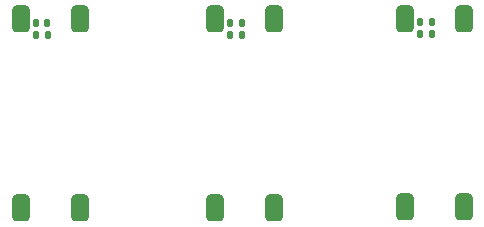
<source format=gbr>
%TF.GenerationSoftware,KiCad,Pcbnew,(6.0.2)*%
%TF.CreationDate,2023-04-03T14:54:34+02:00*%
%TF.ProjectId,IR_lights,49525f6c-6967-4687-9473-2e6b69636164,rev?*%
%TF.SameCoordinates,Original*%
%TF.FileFunction,Paste,Bot*%
%TF.FilePolarity,Positive*%
%FSLAX46Y46*%
G04 Gerber Fmt 4.6, Leading zero omitted, Abs format (unit mm)*
G04 Created by KiCad (PCBNEW (6.0.2)) date 2023-04-03 14:54:34*
%MOMM*%
%LPD*%
G01*
G04 APERTURE LIST*
G04 Aperture macros list*
%AMRoundRect*
0 Rectangle with rounded corners*
0 $1 Rounding radius*
0 $2 $3 $4 $5 $6 $7 $8 $9 X,Y pos of 4 corners*
0 Add a 4 corners polygon primitive as box body*
4,1,4,$2,$3,$4,$5,$6,$7,$8,$9,$2,$3,0*
0 Add four circle primitives for the rounded corners*
1,1,$1+$1,$2,$3*
1,1,$1+$1,$4,$5*
1,1,$1+$1,$6,$7*
1,1,$1+$1,$8,$9*
0 Add four rect primitives between the rounded corners*
20,1,$1+$1,$2,$3,$4,$5,0*
20,1,$1+$1,$4,$5,$6,$7,0*
20,1,$1+$1,$6,$7,$8,$9,0*
20,1,$1+$1,$8,$9,$2,$3,0*%
G04 Aperture macros list end*
%ADD10RoundRect,0.140000X-0.140000X-0.170000X0.140000X-0.170000X0.140000X0.170000X-0.140000X0.170000X0*%
%ADD11RoundRect,0.135000X0.135000X0.185000X-0.135000X0.185000X-0.135000X-0.185000X0.135000X-0.185000X0*%
%ADD12RoundRect,0.381000X-0.381000X0.762000X-0.381000X-0.762000X0.381000X-0.762000X0.381000X0.762000X0*%
G04 APERTURE END LIST*
D10*
%TO.C,C6*%
X175270000Y-95025000D03*
X176230000Y-95025000D03*
%TD*%
%TO.C,C7*%
X159195000Y-95100000D03*
X160155000Y-95100000D03*
%TD*%
D11*
%TO.C,R5*%
X143750000Y-96100000D03*
X142730000Y-96100000D03*
%TD*%
D12*
%TO.C,SW1*%
X141425000Y-94750000D03*
X141425000Y-110750000D03*
X146425000Y-94750000D03*
X146425000Y-110750000D03*
%TD*%
D11*
%TO.C,R4*%
X176265000Y-96050000D03*
X175245000Y-96050000D03*
%TD*%
%TO.C,R6*%
X160190000Y-96100000D03*
X159170000Y-96100000D03*
%TD*%
D12*
%TO.C,SW3*%
X173950000Y-94700000D03*
X173950000Y-110700000D03*
X178950000Y-94700000D03*
X178950000Y-110700000D03*
%TD*%
%TO.C,SW2*%
X157875000Y-94750000D03*
X157875000Y-110750000D03*
X162875000Y-94750000D03*
X162875000Y-110750000D03*
%TD*%
D10*
%TO.C,C1*%
X142745000Y-95075000D03*
X143705000Y-95075000D03*
%TD*%
M02*

</source>
